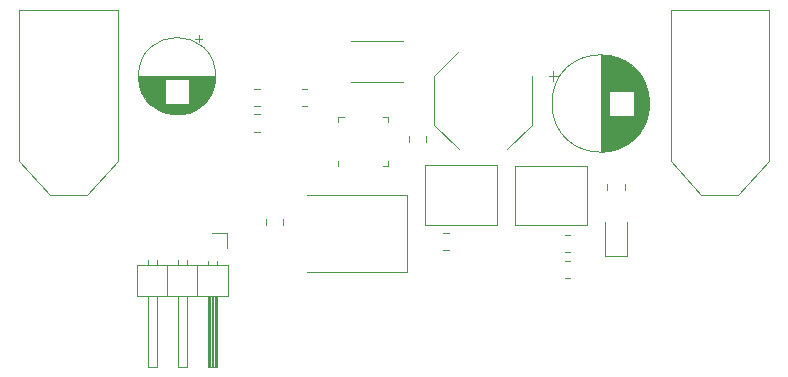
<source format=gbr>
%TF.GenerationSoftware,KiCad,Pcbnew,5.1.10*%
%TF.CreationDate,2021-11-10T11:04:15+01:00*%
%TF.ProjectId,PoE_Boost-Converter,506f455f-426f-46f7-9374-2d436f6e7665,rev?*%
%TF.SameCoordinates,Original*%
%TF.FileFunction,Legend,Top*%
%TF.FilePolarity,Positive*%
%FSLAX46Y46*%
G04 Gerber Fmt 4.6, Leading zero omitted, Abs format (unit mm)*
G04 Created by KiCad (PCBNEW 5.1.10) date 2021-11-10 11:04:15*
%MOMM*%
%LPD*%
G01*
G04 APERTURE LIST*
%ADD10C,0.120000*%
G04 APERTURE END LIST*
D10*
%TO.C,U3*%
X144590000Y-66110000D02*
X139090000Y-66110000D01*
X139090000Y-66110000D02*
X145190000Y-66110000D01*
X145190000Y-66110000D02*
X145190000Y-61110000D01*
X145190000Y-61110000D02*
X139090000Y-61110000D01*
X139090000Y-61110000D02*
X139090000Y-66110000D01*
%TO.C,U2*%
X136940000Y-66090000D02*
X131440000Y-66090000D01*
X131440000Y-66090000D02*
X137540000Y-66090000D01*
X137540000Y-66090000D02*
X137540000Y-61090000D01*
X137540000Y-61090000D02*
X131440000Y-61090000D01*
X131440000Y-61090000D02*
X131440000Y-66090000D01*
%TO.C,U1*%
X124130000Y-57425000D02*
X124130000Y-56950000D01*
X124130000Y-56950000D02*
X124605000Y-56950000D01*
X128350000Y-60695000D02*
X128350000Y-61170000D01*
X128350000Y-61170000D02*
X127875000Y-61170000D01*
X128350000Y-57425000D02*
X128350000Y-56950000D01*
X128350000Y-56950000D02*
X127875000Y-56950000D01*
X124130000Y-60695000D02*
X124130000Y-61170000D01*
%TO.C,R5*%
X148355000Y-62672936D02*
X148355000Y-63127064D01*
X146885000Y-62672936D02*
X146885000Y-63127064D01*
%TO.C,R4*%
X143302936Y-69145000D02*
X143757064Y-69145000D01*
X143302936Y-70615000D02*
X143757064Y-70615000D01*
%TO.C,R3*%
X143757064Y-68445000D02*
X143302936Y-68445000D01*
X143757064Y-66975000D02*
X143302936Y-66975000D01*
%TO.C,R2*%
X125212936Y-50580000D02*
X129567064Y-50580000D01*
X125212936Y-54000000D02*
X129567064Y-54000000D01*
%TO.C,R1*%
X121457064Y-56095000D02*
X121002936Y-56095000D01*
X121457064Y-54625000D02*
X121002936Y-54625000D01*
%TO.C,L1*%
X140530000Y-57630000D02*
X138430000Y-59730000D01*
X132230000Y-57630000D02*
X134330000Y-59730000D01*
X132230000Y-57630000D02*
X132230000Y-53530000D01*
X132230000Y-53530000D02*
X134330000Y-51430000D01*
X140530000Y-53530000D02*
X140530000Y-57630000D01*
%TO.C,J3*%
X152250000Y-47890000D02*
X152250000Y-60740000D01*
X154800000Y-63590000D02*
X157950000Y-63590000D01*
X160550000Y-60740000D02*
X160550000Y-47890000D01*
X160550000Y-47890000D02*
X152250000Y-47890000D01*
X152250000Y-60740000D02*
X154800000Y-63590000D01*
X157950000Y-63590000D02*
X160550000Y-60740000D01*
%TO.C,J2*%
X102820000Y-63590000D02*
X105420000Y-60740000D01*
X97120000Y-60740000D02*
X99670000Y-63590000D01*
X105420000Y-47890000D02*
X97120000Y-47890000D01*
X105420000Y-60740000D02*
X105420000Y-47890000D01*
X99670000Y-63590000D02*
X102820000Y-63590000D01*
X97120000Y-47890000D02*
X97120000Y-60740000D01*
%TO.C,J1*%
X114780000Y-69520000D02*
X107040000Y-69520000D01*
X107040000Y-69520000D02*
X107040000Y-72180000D01*
X107040000Y-72180000D02*
X114780000Y-72180000D01*
X114780000Y-72180000D02*
X114780000Y-69520000D01*
X113830000Y-72180000D02*
X113830000Y-78180000D01*
X113830000Y-78180000D02*
X113070000Y-78180000D01*
X113070000Y-78180000D02*
X113070000Y-72180000D01*
X113770000Y-72180000D02*
X113770000Y-78180000D01*
X113650000Y-72180000D02*
X113650000Y-78180000D01*
X113530000Y-72180000D02*
X113530000Y-78180000D01*
X113410000Y-72180000D02*
X113410000Y-78180000D01*
X113290000Y-72180000D02*
X113290000Y-78180000D01*
X113170000Y-72180000D02*
X113170000Y-78180000D01*
X113830000Y-69190000D02*
X113830000Y-69520000D01*
X113070000Y-69190000D02*
X113070000Y-69520000D01*
X112180000Y-69520000D02*
X112180000Y-72180000D01*
X111290000Y-72180000D02*
X111290000Y-78180000D01*
X111290000Y-78180000D02*
X110530000Y-78180000D01*
X110530000Y-78180000D02*
X110530000Y-72180000D01*
X111290000Y-69122929D02*
X111290000Y-69520000D01*
X110530000Y-69122929D02*
X110530000Y-69520000D01*
X109640000Y-69520000D02*
X109640000Y-72180000D01*
X108750000Y-72180000D02*
X108750000Y-78180000D01*
X108750000Y-78180000D02*
X107990000Y-78180000D01*
X107990000Y-78180000D02*
X107990000Y-72180000D01*
X108750000Y-69122929D02*
X108750000Y-69520000D01*
X107990000Y-69122929D02*
X107990000Y-69520000D01*
X113450000Y-66810000D02*
X114720000Y-66810000D01*
X114720000Y-66810000D02*
X114720000Y-68080000D01*
%TO.C,D2*%
X146660000Y-65910000D02*
X146660000Y-68770000D01*
X146660000Y-68770000D02*
X148580000Y-68770000D01*
X148580000Y-68770000D02*
X148580000Y-65910000D01*
%TO.C,D1*%
X129900000Y-63580000D02*
X129900000Y-70080000D01*
X129900000Y-63580000D02*
X121500000Y-63580000D01*
X129900000Y-70080000D02*
X121500000Y-70080000D01*
%TO.C,C7*%
X150450000Y-55840000D02*
G75*
G03*
X150450000Y-55840000I-4120000J0D01*
G01*
X146330000Y-51760000D02*
X146330000Y-59920000D01*
X146370000Y-51760000D02*
X146370000Y-59920000D01*
X146410000Y-51760000D02*
X146410000Y-59920000D01*
X146450000Y-51761000D02*
X146450000Y-59919000D01*
X146490000Y-51763000D02*
X146490000Y-59917000D01*
X146530000Y-51764000D02*
X146530000Y-59916000D01*
X146570000Y-51766000D02*
X146570000Y-59914000D01*
X146610000Y-51769000D02*
X146610000Y-59911000D01*
X146650000Y-51772000D02*
X146650000Y-59908000D01*
X146690000Y-51775000D02*
X146690000Y-59905000D01*
X146730000Y-51779000D02*
X146730000Y-59901000D01*
X146770000Y-51783000D02*
X146770000Y-59897000D01*
X146810000Y-51788000D02*
X146810000Y-59892000D01*
X146850000Y-51792000D02*
X146850000Y-59888000D01*
X146890000Y-51798000D02*
X146890000Y-59882000D01*
X146930000Y-51803000D02*
X146930000Y-59877000D01*
X146970000Y-51810000D02*
X146970000Y-59870000D01*
X147010000Y-51816000D02*
X147010000Y-59864000D01*
X147051000Y-51823000D02*
X147051000Y-54800000D01*
X147051000Y-56880000D02*
X147051000Y-59857000D01*
X147091000Y-51830000D02*
X147091000Y-54800000D01*
X147091000Y-56880000D02*
X147091000Y-59850000D01*
X147131000Y-51838000D02*
X147131000Y-54800000D01*
X147131000Y-56880000D02*
X147131000Y-59842000D01*
X147171000Y-51846000D02*
X147171000Y-54800000D01*
X147171000Y-56880000D02*
X147171000Y-59834000D01*
X147211000Y-51855000D02*
X147211000Y-54800000D01*
X147211000Y-56880000D02*
X147211000Y-59825000D01*
X147251000Y-51864000D02*
X147251000Y-54800000D01*
X147251000Y-56880000D02*
X147251000Y-59816000D01*
X147291000Y-51873000D02*
X147291000Y-54800000D01*
X147291000Y-56880000D02*
X147291000Y-59807000D01*
X147331000Y-51883000D02*
X147331000Y-54800000D01*
X147331000Y-56880000D02*
X147331000Y-59797000D01*
X147371000Y-51893000D02*
X147371000Y-54800000D01*
X147371000Y-56880000D02*
X147371000Y-59787000D01*
X147411000Y-51904000D02*
X147411000Y-54800000D01*
X147411000Y-56880000D02*
X147411000Y-59776000D01*
X147451000Y-51915000D02*
X147451000Y-54800000D01*
X147451000Y-56880000D02*
X147451000Y-59765000D01*
X147491000Y-51926000D02*
X147491000Y-54800000D01*
X147491000Y-56880000D02*
X147491000Y-59754000D01*
X147531000Y-51938000D02*
X147531000Y-54800000D01*
X147531000Y-56880000D02*
X147531000Y-59742000D01*
X147571000Y-51951000D02*
X147571000Y-54800000D01*
X147571000Y-56880000D02*
X147571000Y-59729000D01*
X147611000Y-51963000D02*
X147611000Y-54800000D01*
X147611000Y-56880000D02*
X147611000Y-59717000D01*
X147651000Y-51977000D02*
X147651000Y-54800000D01*
X147651000Y-56880000D02*
X147651000Y-59703000D01*
X147691000Y-51990000D02*
X147691000Y-54800000D01*
X147691000Y-56880000D02*
X147691000Y-59690000D01*
X147731000Y-52005000D02*
X147731000Y-54800000D01*
X147731000Y-56880000D02*
X147731000Y-59675000D01*
X147771000Y-52019000D02*
X147771000Y-54800000D01*
X147771000Y-56880000D02*
X147771000Y-59661000D01*
X147811000Y-52035000D02*
X147811000Y-54800000D01*
X147811000Y-56880000D02*
X147811000Y-59645000D01*
X147851000Y-52050000D02*
X147851000Y-54800000D01*
X147851000Y-56880000D02*
X147851000Y-59630000D01*
X147891000Y-52066000D02*
X147891000Y-54800000D01*
X147891000Y-56880000D02*
X147891000Y-59614000D01*
X147931000Y-52083000D02*
X147931000Y-54800000D01*
X147931000Y-56880000D02*
X147931000Y-59597000D01*
X147971000Y-52100000D02*
X147971000Y-54800000D01*
X147971000Y-56880000D02*
X147971000Y-59580000D01*
X148011000Y-52118000D02*
X148011000Y-54800000D01*
X148011000Y-56880000D02*
X148011000Y-59562000D01*
X148051000Y-52136000D02*
X148051000Y-54800000D01*
X148051000Y-56880000D02*
X148051000Y-59544000D01*
X148091000Y-52154000D02*
X148091000Y-54800000D01*
X148091000Y-56880000D02*
X148091000Y-59526000D01*
X148131000Y-52174000D02*
X148131000Y-54800000D01*
X148131000Y-56880000D02*
X148131000Y-59506000D01*
X148171000Y-52193000D02*
X148171000Y-54800000D01*
X148171000Y-56880000D02*
X148171000Y-59487000D01*
X148211000Y-52213000D02*
X148211000Y-54800000D01*
X148211000Y-56880000D02*
X148211000Y-59467000D01*
X148251000Y-52234000D02*
X148251000Y-54800000D01*
X148251000Y-56880000D02*
X148251000Y-59446000D01*
X148291000Y-52256000D02*
X148291000Y-54800000D01*
X148291000Y-56880000D02*
X148291000Y-59424000D01*
X148331000Y-52278000D02*
X148331000Y-54800000D01*
X148331000Y-56880000D02*
X148331000Y-59402000D01*
X148371000Y-52300000D02*
X148371000Y-54800000D01*
X148371000Y-56880000D02*
X148371000Y-59380000D01*
X148411000Y-52323000D02*
X148411000Y-54800000D01*
X148411000Y-56880000D02*
X148411000Y-59357000D01*
X148451000Y-52347000D02*
X148451000Y-54800000D01*
X148451000Y-56880000D02*
X148451000Y-59333000D01*
X148491000Y-52371000D02*
X148491000Y-54800000D01*
X148491000Y-56880000D02*
X148491000Y-59309000D01*
X148531000Y-52396000D02*
X148531000Y-54800000D01*
X148531000Y-56880000D02*
X148531000Y-59284000D01*
X148571000Y-52422000D02*
X148571000Y-54800000D01*
X148571000Y-56880000D02*
X148571000Y-59258000D01*
X148611000Y-52448000D02*
X148611000Y-54800000D01*
X148611000Y-56880000D02*
X148611000Y-59232000D01*
X148651000Y-52475000D02*
X148651000Y-54800000D01*
X148651000Y-56880000D02*
X148651000Y-59205000D01*
X148691000Y-52502000D02*
X148691000Y-54800000D01*
X148691000Y-56880000D02*
X148691000Y-59178000D01*
X148731000Y-52531000D02*
X148731000Y-54800000D01*
X148731000Y-56880000D02*
X148731000Y-59149000D01*
X148771000Y-52560000D02*
X148771000Y-54800000D01*
X148771000Y-56880000D02*
X148771000Y-59120000D01*
X148811000Y-52590000D02*
X148811000Y-54800000D01*
X148811000Y-56880000D02*
X148811000Y-59090000D01*
X148851000Y-52620000D02*
X148851000Y-54800000D01*
X148851000Y-56880000D02*
X148851000Y-59060000D01*
X148891000Y-52651000D02*
X148891000Y-54800000D01*
X148891000Y-56880000D02*
X148891000Y-59029000D01*
X148931000Y-52684000D02*
X148931000Y-54800000D01*
X148931000Y-56880000D02*
X148931000Y-58996000D01*
X148971000Y-52716000D02*
X148971000Y-54800000D01*
X148971000Y-56880000D02*
X148971000Y-58964000D01*
X149011000Y-52750000D02*
X149011000Y-54800000D01*
X149011000Y-56880000D02*
X149011000Y-58930000D01*
X149051000Y-52785000D02*
X149051000Y-54800000D01*
X149051000Y-56880000D02*
X149051000Y-58895000D01*
X149091000Y-52821000D02*
X149091000Y-54800000D01*
X149091000Y-56880000D02*
X149091000Y-58859000D01*
X149131000Y-52857000D02*
X149131000Y-58823000D01*
X149171000Y-52895000D02*
X149171000Y-58785000D01*
X149211000Y-52933000D02*
X149211000Y-58747000D01*
X149251000Y-52973000D02*
X149251000Y-58707000D01*
X149291000Y-53014000D02*
X149291000Y-58666000D01*
X149331000Y-53056000D02*
X149331000Y-58624000D01*
X149371000Y-53099000D02*
X149371000Y-58581000D01*
X149411000Y-53143000D02*
X149411000Y-58537000D01*
X149451000Y-53189000D02*
X149451000Y-58491000D01*
X149491000Y-53236000D02*
X149491000Y-58444000D01*
X149531000Y-53284000D02*
X149531000Y-58396000D01*
X149571000Y-53335000D02*
X149571000Y-58345000D01*
X149611000Y-53386000D02*
X149611000Y-58294000D01*
X149651000Y-53440000D02*
X149651000Y-58240000D01*
X149691000Y-53495000D02*
X149691000Y-58185000D01*
X149731000Y-53553000D02*
X149731000Y-58127000D01*
X149771000Y-53612000D02*
X149771000Y-58068000D01*
X149811000Y-53674000D02*
X149811000Y-58006000D01*
X149851000Y-53738000D02*
X149851000Y-57942000D01*
X149891000Y-53806000D02*
X149891000Y-57874000D01*
X149931000Y-53876000D02*
X149931000Y-57804000D01*
X149971000Y-53950000D02*
X149971000Y-57730000D01*
X150011000Y-54027000D02*
X150011000Y-57653000D01*
X150051000Y-54109000D02*
X150051000Y-57571000D01*
X150091000Y-54195000D02*
X150091000Y-57485000D01*
X150131000Y-54288000D02*
X150131000Y-57392000D01*
X150171000Y-54387000D02*
X150171000Y-57293000D01*
X150211000Y-54494000D02*
X150211000Y-57186000D01*
X150251000Y-54611000D02*
X150251000Y-57069000D01*
X150291000Y-54742000D02*
X150291000Y-56938000D01*
X150331000Y-54892000D02*
X150331000Y-56788000D01*
X150371000Y-55072000D02*
X150371000Y-56608000D01*
X150411000Y-55307000D02*
X150411000Y-56373000D01*
X141920302Y-53525000D02*
X142720302Y-53525000D01*
X142320302Y-53125000D02*
X142320302Y-53925000D01*
%TO.C,C6*%
X117975000Y-66121252D02*
X117975000Y-65598748D01*
X119445000Y-66121252D02*
X119445000Y-65598748D01*
%TO.C,C5*%
X133501252Y-68275000D02*
X132978748Y-68275000D01*
X133501252Y-66805000D02*
X132978748Y-66805000D01*
%TO.C,C4*%
X117501252Y-56095000D02*
X116978748Y-56095000D01*
X117501252Y-54625000D02*
X116978748Y-54625000D01*
%TO.C,C3*%
X117521252Y-58245000D02*
X116998748Y-58245000D01*
X117521252Y-56775000D02*
X116998748Y-56775000D01*
%TO.C,C2*%
X131555000Y-58578748D02*
X131555000Y-59101252D01*
X130085000Y-58578748D02*
X130085000Y-59101252D01*
%TO.C,C1*%
X113730000Y-53530000D02*
G75*
G03*
X113730000Y-53530000I-3270000J0D01*
G01*
X113690000Y-53530000D02*
X107230000Y-53530000D01*
X113690000Y-53570000D02*
X107230000Y-53570000D01*
X113690000Y-53610000D02*
X107230000Y-53610000D01*
X113688000Y-53650000D02*
X107232000Y-53650000D01*
X113687000Y-53690000D02*
X107233000Y-53690000D01*
X113684000Y-53730000D02*
X107236000Y-53730000D01*
X113682000Y-53770000D02*
X111500000Y-53770000D01*
X109420000Y-53770000D02*
X107238000Y-53770000D01*
X113678000Y-53810000D02*
X111500000Y-53810000D01*
X109420000Y-53810000D02*
X107242000Y-53810000D01*
X113675000Y-53850000D02*
X111500000Y-53850000D01*
X109420000Y-53850000D02*
X107245000Y-53850000D01*
X113671000Y-53890000D02*
X111500000Y-53890000D01*
X109420000Y-53890000D02*
X107249000Y-53890000D01*
X113666000Y-53930000D02*
X111500000Y-53930000D01*
X109420000Y-53930000D02*
X107254000Y-53930000D01*
X113661000Y-53970000D02*
X111500000Y-53970000D01*
X109420000Y-53970000D02*
X107259000Y-53970000D01*
X113655000Y-54010000D02*
X111500000Y-54010000D01*
X109420000Y-54010000D02*
X107265000Y-54010000D01*
X113649000Y-54050000D02*
X111500000Y-54050000D01*
X109420000Y-54050000D02*
X107271000Y-54050000D01*
X113642000Y-54090000D02*
X111500000Y-54090000D01*
X109420000Y-54090000D02*
X107278000Y-54090000D01*
X113635000Y-54130000D02*
X111500000Y-54130000D01*
X109420000Y-54130000D02*
X107285000Y-54130000D01*
X113627000Y-54170000D02*
X111500000Y-54170000D01*
X109420000Y-54170000D02*
X107293000Y-54170000D01*
X113619000Y-54210000D02*
X111500000Y-54210000D01*
X109420000Y-54210000D02*
X107301000Y-54210000D01*
X113610000Y-54251000D02*
X111500000Y-54251000D01*
X109420000Y-54251000D02*
X107310000Y-54251000D01*
X113601000Y-54291000D02*
X111500000Y-54291000D01*
X109420000Y-54291000D02*
X107319000Y-54291000D01*
X113591000Y-54331000D02*
X111500000Y-54331000D01*
X109420000Y-54331000D02*
X107329000Y-54331000D01*
X113581000Y-54371000D02*
X111500000Y-54371000D01*
X109420000Y-54371000D02*
X107339000Y-54371000D01*
X113570000Y-54411000D02*
X111500000Y-54411000D01*
X109420000Y-54411000D02*
X107350000Y-54411000D01*
X113558000Y-54451000D02*
X111500000Y-54451000D01*
X109420000Y-54451000D02*
X107362000Y-54451000D01*
X113546000Y-54491000D02*
X111500000Y-54491000D01*
X109420000Y-54491000D02*
X107374000Y-54491000D01*
X113534000Y-54531000D02*
X111500000Y-54531000D01*
X109420000Y-54531000D02*
X107386000Y-54531000D01*
X113521000Y-54571000D02*
X111500000Y-54571000D01*
X109420000Y-54571000D02*
X107399000Y-54571000D01*
X113507000Y-54611000D02*
X111500000Y-54611000D01*
X109420000Y-54611000D02*
X107413000Y-54611000D01*
X113493000Y-54651000D02*
X111500000Y-54651000D01*
X109420000Y-54651000D02*
X107427000Y-54651000D01*
X113478000Y-54691000D02*
X111500000Y-54691000D01*
X109420000Y-54691000D02*
X107442000Y-54691000D01*
X113462000Y-54731000D02*
X111500000Y-54731000D01*
X109420000Y-54731000D02*
X107458000Y-54731000D01*
X113446000Y-54771000D02*
X111500000Y-54771000D01*
X109420000Y-54771000D02*
X107474000Y-54771000D01*
X113430000Y-54811000D02*
X111500000Y-54811000D01*
X109420000Y-54811000D02*
X107490000Y-54811000D01*
X113412000Y-54851000D02*
X111500000Y-54851000D01*
X109420000Y-54851000D02*
X107508000Y-54851000D01*
X113394000Y-54891000D02*
X111500000Y-54891000D01*
X109420000Y-54891000D02*
X107526000Y-54891000D01*
X113376000Y-54931000D02*
X111500000Y-54931000D01*
X109420000Y-54931000D02*
X107544000Y-54931000D01*
X113356000Y-54971000D02*
X111500000Y-54971000D01*
X109420000Y-54971000D02*
X107564000Y-54971000D01*
X113336000Y-55011000D02*
X111500000Y-55011000D01*
X109420000Y-55011000D02*
X107584000Y-55011000D01*
X113316000Y-55051000D02*
X111500000Y-55051000D01*
X109420000Y-55051000D02*
X107604000Y-55051000D01*
X113294000Y-55091000D02*
X111500000Y-55091000D01*
X109420000Y-55091000D02*
X107626000Y-55091000D01*
X113272000Y-55131000D02*
X111500000Y-55131000D01*
X109420000Y-55131000D02*
X107648000Y-55131000D01*
X113250000Y-55171000D02*
X111500000Y-55171000D01*
X109420000Y-55171000D02*
X107670000Y-55171000D01*
X113226000Y-55211000D02*
X111500000Y-55211000D01*
X109420000Y-55211000D02*
X107694000Y-55211000D01*
X113202000Y-55251000D02*
X111500000Y-55251000D01*
X109420000Y-55251000D02*
X107718000Y-55251000D01*
X113176000Y-55291000D02*
X111500000Y-55291000D01*
X109420000Y-55291000D02*
X107744000Y-55291000D01*
X113150000Y-55331000D02*
X111500000Y-55331000D01*
X109420000Y-55331000D02*
X107770000Y-55331000D01*
X113124000Y-55371000D02*
X111500000Y-55371000D01*
X109420000Y-55371000D02*
X107796000Y-55371000D01*
X113096000Y-55411000D02*
X111500000Y-55411000D01*
X109420000Y-55411000D02*
X107824000Y-55411000D01*
X113067000Y-55451000D02*
X111500000Y-55451000D01*
X109420000Y-55451000D02*
X107853000Y-55451000D01*
X113038000Y-55491000D02*
X111500000Y-55491000D01*
X109420000Y-55491000D02*
X107882000Y-55491000D01*
X113008000Y-55531000D02*
X111500000Y-55531000D01*
X109420000Y-55531000D02*
X107912000Y-55531000D01*
X112976000Y-55571000D02*
X111500000Y-55571000D01*
X109420000Y-55571000D02*
X107944000Y-55571000D01*
X112944000Y-55611000D02*
X111500000Y-55611000D01*
X109420000Y-55611000D02*
X107976000Y-55611000D01*
X112910000Y-55651000D02*
X111500000Y-55651000D01*
X109420000Y-55651000D02*
X108010000Y-55651000D01*
X112876000Y-55691000D02*
X111500000Y-55691000D01*
X109420000Y-55691000D02*
X108044000Y-55691000D01*
X112840000Y-55731000D02*
X111500000Y-55731000D01*
X109420000Y-55731000D02*
X108080000Y-55731000D01*
X112803000Y-55771000D02*
X111500000Y-55771000D01*
X109420000Y-55771000D02*
X108117000Y-55771000D01*
X112765000Y-55811000D02*
X111500000Y-55811000D01*
X109420000Y-55811000D02*
X108155000Y-55811000D01*
X112725000Y-55851000D02*
X108195000Y-55851000D01*
X112684000Y-55891000D02*
X108236000Y-55891000D01*
X112642000Y-55931000D02*
X108278000Y-55931000D01*
X112597000Y-55971000D02*
X108323000Y-55971000D01*
X112552000Y-56011000D02*
X108368000Y-56011000D01*
X112504000Y-56051000D02*
X108416000Y-56051000D01*
X112455000Y-56091000D02*
X108465000Y-56091000D01*
X112404000Y-56131000D02*
X108516000Y-56131000D01*
X112350000Y-56171000D02*
X108570000Y-56171000D01*
X112294000Y-56211000D02*
X108626000Y-56211000D01*
X112236000Y-56251000D02*
X108684000Y-56251000D01*
X112174000Y-56291000D02*
X108746000Y-56291000D01*
X112110000Y-56331000D02*
X108810000Y-56331000D01*
X112041000Y-56371000D02*
X108879000Y-56371000D01*
X111969000Y-56411000D02*
X108951000Y-56411000D01*
X111892000Y-56451000D02*
X109028000Y-56451000D01*
X111810000Y-56491000D02*
X109110000Y-56491000D01*
X111722000Y-56531000D02*
X109198000Y-56531000D01*
X111625000Y-56571000D02*
X109295000Y-56571000D01*
X111519000Y-56611000D02*
X109401000Y-56611000D01*
X111400000Y-56651000D02*
X109520000Y-56651000D01*
X111262000Y-56691000D02*
X109658000Y-56691000D01*
X111093000Y-56731000D02*
X109827000Y-56731000D01*
X110862000Y-56771000D02*
X110058000Y-56771000D01*
X112299000Y-50029759D02*
X112299000Y-50659759D01*
X112614000Y-50344759D02*
X111984000Y-50344759D01*
%TD*%
M02*

</source>
